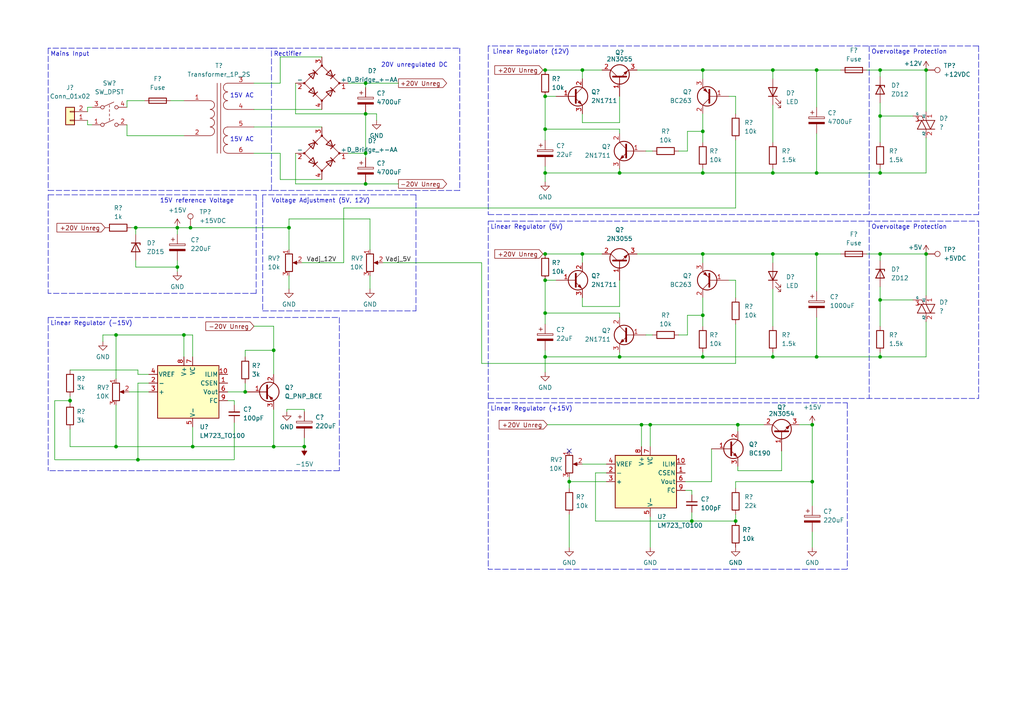
<source format=kicad_sch>
(kicad_sch (version 20211123) (generator eeschema)
  (paper "A4")
  (title_block (title "Z8C Power Supply") (date "2022-10-10") (rev "1") (comment 1 "+5V@3A , +12V@4A") (comment 2 "+/- 15V@1A") (comment 3 "https://github.com/dennis9819/Z8C-Homebrew-Computer"))
  (lib_symbols
    (symbol "Connector:TestPoint" (pin_numbers hide) (pin_names (offset 0.762) hide)
      (property "Reference" "TP" (at 0 6.858 0))
      (property "Value" "TestPoint" (at 0 5.08 0))
      (symbol "TestPoint_0_1"
        (circle (center 0 3.302) (radius 0.762))
      )
      (symbol "TestPoint_1_1"
        (pin passive line (at 0 0 90) (length 2.54) (name "1") (number "1"))
      )
    )
    (symbol "Connector_Generic:Conn_01x02" (pin_names (offset 1.016) hide)
      (property "Reference" "J" (at 0 2.54 0))
      (property "Value" "Conn_01x02" (at 0 -5.08 0))
      (symbol "Conn_01x02_1_1"
        (rectangle (start -1.27 -2.413) (end 0 -2.667) (stroke (width 0.1524)))
        (rectangle (start -1.27 0.127) (end 0 -0.127) (stroke (width 0.1524)))
        (rectangle (start -1.27 1.27) (end 1.27 -3.81) (stroke (width 0.254)) (fill (type background)))
        (pin passive line (at -5.08 0 0) (length 3.81) (name "Pin_1") (number "1"))
        (pin passive line (at -5.08 -2.54 0) (length 3.81) (name "Pin_2") (number "2"))
      )
    )
    (symbol "Device:C_Polarized" (pin_numbers hide) (pin_names (offset 0.254))
      (property "Reference" "C" (at 0.635 2.54 0))
      (property "Value" "C_Polarized" (at 0.635 -2.54 0))
      (symbol "C_Polarized_0_1"
        (rectangle (start -2.286 0.508) (end 2.286 1.016))
        (polyline (pts (xy -1.778 2.286) (xy -0.762 2.286)))
        (polyline (pts (xy -1.27 2.794) (xy -1.27 1.778)))
        (rectangle (start 2.286 -0.508) (end -2.286 -1.016) (fill (type outline)))
      )
      (symbol "C_Polarized_1_1"
        (pin passive line (at 0 3.81 270) (length 2.794) (name "~") (number "1"))
        (pin passive line (at 0 -3.81 90) (length 2.794) (name "~") (number "2"))
      )
    )
    (symbol "Device:C_Small" (pin_numbers hide) (pin_names (offset 0.254) hide)
      (property "Reference" "C" (at 0.254 1.778 0))
      (property "Value" "C_Small" (at 0.254 -2.032 0))
      (symbol "C_Small_0_1"
        (polyline (pts (xy -1.524 -0.508) (xy 1.524 -0.508)) (stroke (width 0.3302)))
        (polyline (pts (xy -1.524 0.508) (xy 1.524 0.508)) (stroke (width 0.3048)))
      )
      (symbol "C_Small_1_1"
        (pin passive line (at 0 2.54 270) (length 2.032) (name "~") (number "1"))
        (pin passive line (at 0 -2.54 90) (length 2.032) (name "~") (number "2"))
      )
    )
    (symbol "Device:D_Bridge_+-AA" (pin_names (offset 0))
      (property "Reference" "D" (at 2.54 6.985 0))
      (property "Value" "D_Bridge_+-AA" (at 2.54 5.08 0))
      (symbol "D_Bridge_+-AA_0_1"
        (circle (center -5.08 0) (radius 0.254) (fill (type outline)))
        (circle (center 0 -5.08) (radius 0.254) (fill (type outline)))
        (polyline (pts (xy -2.54 3.81) (xy -1.27 2.54)) (stroke (width 0.254)))
        (polyline (pts (xy -1.27 -2.54) (xy -2.54 -3.81)) (stroke (width 0.254)))
        (polyline (pts (xy 2.54 -1.27) (xy 3.81 -2.54)) (stroke (width 0.254)))
        (polyline (pts (xy 2.54 1.27) (xy 3.81 2.54)) (stroke (width 0.254)))
        (polyline (pts (xy -3.81 2.54) (xy -2.54 1.27) (xy -1.905 3.175) (xy -3.81 2.54)) (stroke (width 0.254)))
        (polyline (pts (xy -2.54 -1.27) (xy -3.81 -2.54) (xy -1.905 -3.175) (xy -2.54 -1.27)) (stroke (width 0.254)))
        (polyline (pts (xy 1.27 2.54) (xy 2.54 3.81) (xy 3.175 1.905) (xy 1.27 2.54)) (stroke (width 0.254)))
        (polyline (pts (xy 3.175 -1.905) (xy 1.27 -2.54) (xy 2.54 -3.81) (xy 3.175 -1.905)) (stroke (width 0.254)))
        (polyline (pts (xy -5.08 0) (xy 0 -5.08) (xy 5.08 0) (xy 0 5.08) (xy -5.08 0)))
        (circle (center 0 5.08) (radius 0.254) (fill (type outline)))
        (circle (center 5.08 0) (radius 0.254) (fill (type outline)))
      )
      (symbol "D_Bridge_+-AA_1_1"
        (pin passive line (at 7.62 0 180) (length 2.54) (name "+") (number "1"))
        (pin passive line (at -7.62 0 0) (length 2.54) (name "-") (number "2"))
        (pin passive line (at 0 7.62 270) (length 2.54) (name "~") (number "3"))
        (pin passive line (at 0 -7.62 90) (length 2.54) (name "~") (number "4"))
      )
    )
    (symbol "Device:D_Zener" (pin_numbers hide) (pin_names (offset 1.016) hide)
      (property "Reference" "D" (at 0 2.54 0))
      (property "Value" "D_Zener" (at 0 -2.54 0))
      (symbol "D_Zener_0_1"
        (polyline (pts (xy 1.27 0) (xy -1.27 0)))
        (polyline (pts (xy -1.27 -1.27) (xy -1.27 1.27) (xy -0.762 1.27)) (stroke (width 0.254)))
        (polyline (pts (xy 1.27 -1.27) (xy 1.27 1.27) (xy -1.27 0) (xy 1.27 -1.27)) (stroke (width 0.254)))
      )
      (symbol "D_Zener_1_1"
        (pin passive line (at -3.81 0 0) (length 2.54) (name "K") (number "1"))
        (pin passive line (at 3.81 0 180) (length 2.54) (name "A") (number "2"))
      )
    )
    (symbol "Device:Fuse" (pin_numbers hide) (pin_names (offset 0))
      (property "Reference" "F" (at 2.032 0 90))
      (property "Value" "Fuse" (at -1.905 0 90))
      (symbol "Fuse_0_1"
        (rectangle (start -0.762 -2.54) (end 0.762 2.54) (stroke (width 0.254)))
        (polyline (pts (xy 0 2.54) (xy 0 -2.54)))
      )
      (symbol "Fuse_1_1"
        (pin passive line (at 0 3.81 270) (length 1.27) (name "~") (number "1"))
        (pin passive line (at 0 -3.81 90) (length 1.27) (name "~") (number "2"))
      )
    )
    (symbol "Device:LED" (pin_numbers hide) (pin_names (offset 1.016) hide)
      (property "Reference" "D" (at 0 2.54 0))
      (property "Value" "LED" (at 0 -2.54 0))
      (symbol "LED_0_1"
        (polyline (pts (xy -1.27 -1.27) (xy -1.27 1.27)) (stroke (width 0.254)))
        (polyline (pts (xy -1.27 0) (xy 1.27 0)))
        (polyline (pts (xy 1.27 -1.27) (xy 1.27 1.27) (xy -1.27 0) (xy 1.27 -1.27)) (stroke (width 0.254)))
        (polyline (pts (xy -3.048 -0.762) (xy -4.572 -2.286) (xy -3.81 -2.286) (xy -4.572 -2.286) (xy -4.572 -1.524)))
        (polyline (pts (xy -1.778 -0.762) (xy -3.302 -2.286) (xy -2.54 -2.286) (xy -3.302 -2.286) (xy -3.302 -1.524)))
      )
      (symbol "LED_1_1"
        (pin passive line (at -3.81 0 0) (length 2.54) (name "K") (number "1"))
        (pin passive line (at 3.81 0 180) (length 2.54) (name "A") (number "2"))
      )
    )
    (symbol "Device:Q_NPN_BCE" (pin_names (offset 0) hide)
      (property "Reference" "Q" (at 5.08 1.27 0))
      (property "Value" "Q_NPN_BCE" (at 5.08 -1.27 0))
      (symbol "Q_NPN_BCE_0_1"
        (polyline (pts (xy 0.635 0.635) (xy 2.54 2.54)))
        (polyline (pts (xy 0.635 -0.635) (xy 2.54 -2.54) (xy 2.54 -2.54)))
        (polyline (pts (xy 0.635 1.905) (xy 0.635 -1.905) (xy 0.635 -1.905)) (stroke (width 0.508)))
        (polyline (pts (xy 1.27 -1.778) (xy 1.778 -1.27) (xy 2.286 -2.286) (xy 1.27 -1.778) (xy 1.27 -1.778)) (fill (type outline)))
        (circle (center 1.27 0) (radius 2.8194) (stroke (width 0.254)))
      )
      (symbol "Q_NPN_BCE_1_1"
        (pin input line (at -5.08 0 0) (length 5.715) (name "B") (number "1"))
        (pin passive line (at 2.54 5.08 270) (length 2.54) (name "C") (number "2"))
        (pin passive line (at 2.54 -5.08 90) (length 2.54) (name "E") (number "3"))
      )
    )
    (symbol "Device:Q_PNP_BCE" (pin_names (offset 0) hide)
      (property "Reference" "Q" (at 5.08 1.27 0))
      (property "Value" "Q_PNP_BCE" (at 5.08 -1.27 0))
      (symbol "Q_PNP_BCE_0_1"
        (polyline (pts (xy 0.635 0.635) (xy 2.54 2.54)))
        (polyline (pts (xy 0.635 -0.635) (xy 2.54 -2.54) (xy 2.54 -2.54)))
        (polyline (pts (xy 0.635 1.905) (xy 0.635 -1.905) (xy 0.635 -1.905)) (stroke (width 0.508)))
        (polyline (pts (xy 2.286 -1.778) (xy 1.778 -2.286) (xy 1.27 -1.27) (xy 2.286 -1.778) (xy 2.286 -1.778)) (fill (type outline)))
        (circle (center 1.27 0) (radius 2.8194) (stroke (width 0.254)))
      )
      (symbol "Q_PNP_BCE_1_1"
        (pin input line (at -5.08 0 0) (length 5.715) (name "B") (number "1"))
        (pin passive line (at 2.54 5.08 270) (length 2.54) (name "C") (number "2"))
        (pin passive line (at 2.54 -5.08 90) (length 2.54) (name "E") (number "3"))
      )
    )
    (symbol "Device:Q_TRIAC_A1A2G" (pin_names (offset 0))
      (property "Reference" "D" (at 3.175 0.635 0))
      (property "Value" "Q_TRIAC_A1A2G" (at 3.175 -1.27 0))
      (symbol "Q_TRIAC_A1A2G_0_1"
        (polyline (pts (xy -2.54 -1.27) (xy 2.54 -1.27)) (stroke (width 0.2032)))
        (polyline (pts (xy -2.54 1.27) (xy 2.54 1.27)) (stroke (width 0.2032)))
        (polyline (pts (xy -1.27 -2.54) (xy -0.635 -1.27)))
        (polyline (pts (xy -2.54 1.27) (xy -1.27 -1.27) (xy 0 1.27)) (stroke (width 0.2032)))
        (polyline (pts (xy 0 -1.27) (xy 1.27 1.27) (xy 2.54 -1.27)) (stroke (width 0.2032)))
      )
      (symbol "Q_TRIAC_A1A2G_1_1"
        (pin passive line (at 0 -3.81 90) (length 2.54) (name "A1") (number "1"))
        (pin passive line (at 0 3.81 270) (length 2.54) (name "A2") (number "2"))
        (pin input line (at -3.81 -2.54 0) (length 2.54) (name "G") (number "3"))
      )
    )
    (symbol "Device:R" (pin_numbers hide) (pin_names (offset 0))
      (property "Reference" "R" (at 2.032 0 90))
      (property "Value" "R" (at 0 0 90))
      (symbol "R_0_1"
        (rectangle (start -1.016 -2.54) (end 1.016 2.54) (stroke (width 0.254)))
      )
      (symbol "R_1_1"
        (pin passive line (at 0 3.81 270) (length 1.27) (name "~") (number "1"))
        (pin passive line (at 0 -3.81 90) (length 1.27) (name "~") (number "2"))
      )
    )
    (symbol "Device:R_Potentiometer" (pin_names (offset 1.016) hide)
      (property "Reference" "RV" (at -4.445 0 90))
      (property "Value" "R_Potentiometer" (at -2.54 0 90))
      (symbol "R_Potentiometer_0_1"
        (polyline (pts (xy 2.54 0) (xy 1.524 0)))
        (polyline (pts (xy 1.143 0) (xy 2.286 0.508) (xy 2.286 -0.508) (xy 1.143 0)) (fill (type outline)))
        (rectangle (start 1.016 2.54) (end -1.016 -2.54) (stroke (width 0.254)))
      )
      (symbol "R_Potentiometer_1_1"
        (pin passive line (at 0 3.81 270) (length 1.27) (name "1") (number "1"))
        (pin passive line (at 3.81 0 180) (length 1.27) (name "2") (number "2"))
        (pin passive line (at 0 -3.81 90) (length 1.27) (name "3") (number "3"))
      )
    )
    (symbol "Device:Transformer_1P_2S" (pin_names (offset 1.016) hide)
      (property "Reference" "T" (at 0 12.7 0))
      (property "Value" "Transformer_1P_2S" (at 0 -12.7 0))
      (symbol "Transformer_1P_2S_0_1"
        (arc (start -2.54 -5.0546) (mid -1.6599 -4.6901) (end -1.27 -3.81))
        (arc (start -2.54 -2.5146) (mid -1.6599 -2.1501) (end -1.27 -1.27))
        (arc (start -2.54 0.0254) (mid -1.6599 0.3899) (end -1.27 1.27))
        (arc (start -2.54 2.5654) (mid -1.6599 2.9299) (end -1.27 3.81))
        (arc (start -1.27 -3.81) (mid -1.642 -2.912) (end -2.54 -2.54))
        (arc (start -1.27 -1.27) (mid -1.642 -0.372) (end -2.54 0))
        (arc (start -1.27 1.27) (mid -1.642 2.168) (end -2.54 2.54))
        (arc (start -1.27 3.81) (mid -1.642 4.708) (end -2.54 5.08))
        (polyline (pts (xy -0.508 -10.16) (xy -0.508 10.16)))
        (polyline (pts (xy 0.508 10.16) (xy 0.508 -10.16)))
        (arc (start 1.2954 -8.89) (mid 1.6599 -9.7701) (end 2.54 -10.1346))
        (arc (start 1.2954 -6.35) (mid 1.6599 -7.2301) (end 2.54 -7.5946))
        (arc (start 1.2954 -3.81) (mid 1.6599 -4.6901) (end 2.54 -5.0546))
        (arc (start 1.2954 3.81) (mid 1.6599 2.9299) (end 2.54 2.5654))
        (arc (start 1.2954 6.35) (mid 1.6599 5.4699) (end 2.54 5.1054))
        (arc (start 1.2954 8.89) (mid 1.6599 8.0099) (end 2.54 7.6454))
        (arc (start 2.54 -7.62) (mid 1.642 -7.992) (end 1.2954 -8.89))
        (arc (start 2.54 -5.08) (mid 1.642 -5.452) (end 1.2954 -6.35))
        (arc (start 2.54 -2.54) (mid 1.642 -2.912) (end 1.2954 -3.81))
        (arc (start 2.54 5.08) (mid 1.642 4.708) (end 1.2954 3.81))
        (arc (start 2.54 7.62) (mid 1.642 7.248) (end 1.2954 6.35))
        (arc (start 2.54 10.16) (mid 1.642 9.788) (end 1.2954 8.89))
      )
      (symbol "Transformer_1P_2S_1_1"
        (pin passive line (at -10.16 5.08 0) (length 7.62) (name "AA") (number "1"))
        (pin passive line (at -10.16 -5.08 0) (length 7.62) (name "AB") (number "2"))
        (pin passive line (at 10.16 10.16 180) (length 7.62) (name "SA") (number "3"))
        (pin passive line (at 10.16 2.54 180) (length 7.62) (name "SB") (number "4"))
        (pin passive line (at 10.16 -2.54 180) (length 7.62) (name "SC") (number "5"))
        (pin passive line (at 10.16 -10.16 180) (length 7.62) (name "SD") (number "6"))
      )
    )
    (symbol "Regulator_Linear:LM723_TO100" (pin_names (offset 0.254))
      (property "Reference" "U" (at 0.635 10.795 0))
      (property "Value" "LM723_TO100" (at 0.635 8.89 0))
      (symbol "LM723_TO100_0_1"
        (rectangle (start -10.16 -7.62) (end 7.62 7.62) (stroke (width 0.254)) (fill (type background)))
      )
      (symbol "LM723_TO100_1_1"
        (pin input line (at 10.16 2.54 180) (length 2.54) (name "CSEN") (number "1"))
        (pin input line (at 10.16 5.08 180) (length 2.54) (name "ILIM") (number "10"))
        (pin input line (at -12.7 2.54 0) (length 2.54) (name "-") (number "2"))
        (pin input line (at -12.7 0 0) (length 2.54) (name "+") (number "3"))
        (pin power_out line (at -12.7 5.08 0) (length 2.54) (name "VREF") (number "4"))
        (pin power_in line (at 0 -10.16 90) (length 2.54) (name "V-") (number "5"))
        (pin power_out line (at 10.16 0 180) (length 2.54) (name "Vout") (number "6"))
        (pin power_in line (at 0 10.16 270) (length 2.54) (name "VC") (number "7"))
        (pin power_in line (at -2.54 10.16 270) (length 2.54) (name "V+") (number "8"))
        (pin input line (at 10.16 -2.54 180) (length 2.54) (name "FC") (number "9"))
      )
    )
    (symbol "Switch:SW_DPST" (pin_names (offset 0) hide)
      (property "Reference" "SW" (at 0 5.08 0))
      (property "Value" "SW_DPST" (at 0 -5.08 0))
      (symbol "SW_DPST_0_0"
        (circle (center -2.032 -2.54) (radius 0.508))
        (circle (center -2.032 2.54) (radius 0.508))
        (polyline (pts (xy -1.524 -2.286) (xy 1.27 -1.016)))
        (polyline (pts (xy -1.524 2.794) (xy 1.27 4.064)))
        (polyline (pts (xy 0 -1.27) (xy 0 -0.635)))
        (polyline (pts (xy 0 0) (xy 0 0.635)))
        (polyline (pts (xy 0 1.27) (xy 0 1.905)))
        (polyline (pts (xy 0 2.54) (xy 0 3.175)))
        (circle (center 2.032 -2.54) (radius 0.508))
        (circle (center 2.032 2.54) (radius 0.508))
      )
      (symbol "SW_DPST_1_1"
        (pin passive line (at -5.08 -2.54 0) (length 2.54) (name "1") (number "1"))
        (pin passive line (at 5.08 -2.54 180) (length 2.54) (name "2") (number "2"))
        (pin passive line (at -5.08 2.54 0) (length 2.54) (name "3") (number "3"))
        (pin passive line (at 5.08 2.54 180) (length 2.54) (name "4") (number "4"))
      )
    )
    (symbol "power:+12V" (power) (pin_names (offset 0))
      (property "Value" "+12V" (at 0 3.556 0))
      (symbol "+12V_0_1"
        (polyline (pts (xy -0.762 1.27) (xy 0 2.54)))
        (polyline (pts (xy 0 0) (xy 0 2.54)))
        (polyline (pts (xy 0 2.54) (xy 0.762 1.27)))
      )
      (symbol "+12V_1_1"
        (pin power_in line (at 0 0 90) (length 0) hide (name "+12V") (number "1"))
      )
    )
    (symbol "power:+15V" (power) (pin_names (offset 0))
      (property "Value" "+15V" (at 0 3.556 0))
      (symbol "+15V_0_1"
        (polyline (pts (xy -0.762 1.27) (xy 0 2.54)))
        (polyline (pts (xy 0 0) (xy 0 2.54)))
        (polyline (pts (xy 0 2.54) (xy 0.762 1.27)))
      )
      (symbol "+15V_1_1"
        (pin power_in line (at 0 0 90) (length 0) hide (name "+15V") (number "1"))
      )
    )
    (symbol "power:+5V" (power) (pin_names (offset 0))
      (property "Value" "+5V" (at 0 3.556 0))
      (symbol "+5V_0_1"
        (polyline (pts (xy -0.762 1.27) (xy 0 2.54)))
        (polyline (pts (xy 0 0) (xy 0 2.54)))
        (polyline (pts (xy 0 2.54) (xy 0.762 1.27)))
      )
      (symbol "+5V_1_1"
        (pin power_in line (at 0 0 90) (length 0) hide (name "+5V") (number "1"))
      )
    )
    (symbol "power:-15V" (power) (pin_names (offset 0))
      (property "Value" "-15V" (at 0 3.81 0))
      (symbol "-15V_0_0"
        (pin power_in line (at 0 0 90) (length 0) hide (name "-15V") (number "1"))
      )
      (symbol "-15V_0_1"
        (polyline (pts (xy 0 0) (xy 0 1.27) (xy 0.762 1.27) (xy 0 2.54) (xy -0.762 1.27) (xy 0 1.27)) (fill (type outline)))
      )
    )
    (symbol "power:GND" (power) (pin_names (offset 0))
      (property "Value" "GND" (at 0 -3.81 0))
      (symbol "GND_0_1"
        (polyline (pts (xy 0 0) (xy 0 -1.27) (xy 1.27 -1.27) (xy 0 -2.54) (xy -1.27 -1.27) (xy 0 -1.27)))
      )
      (symbol "GND_1_1"
        (pin power_in line (at 0 0 270) (length 0) hide (name "GND") (number "1"))
      )
    )
  )
  (junction (at 203.835 103.505))
  (junction (at 106.045 24.13))
  (junction (at 83.82 66.04))
  (junction (at 40.005 133.35))
  (junction (at 203.835 73.66))
  (junction (at 236.855 103.505))
  (junction (at 235.585 123.19))
  (junction (at 203.835 20.32))
  (junction (at 255.27 73.66))
  (junction (at 224.155 20.32))
  (junction (at 200.66 151.13))
  (junction (at 106.045 44.45))
  (junction (at 158.115 81.28))
  (junction (at 255.27 50.165))
  (junction (at 20.32 116.205))
  (junction (at 236.855 50.165))
  (junction (at 224.155 73.66))
  (junction (at 203.835 50.165))
  (junction (at 79.375 129.54))
  (junction (at 235.585 139.7))
  (junction (at 158.115 73.66))
  (junction (at 255.27 20.32))
  (junction (at 268.605 20.32))
  (junction (at 224.155 50.165))
  (junction (at 224.155 103.505))
  (junction (at 203.835 38.1))
  (junction (at 53.34 97.155))
  (junction (at 255.27 86.995))
  (junction (at 255.27 33.655))
  (junction (at 188.595 123.19))
  (junction (at 39.37 66.04))
  (junction (at 71.12 113.665))
  (junction (at 106.045 53.34))
  (junction (at 168.91 73.66))
  (junction (at 55.88 129.54))
  (junction (at 106.045 33.02))
  (junction (at 158.115 50.165))
  (junction (at 179.705 103.505))
  (junction (at 168.91 20.32))
  (junction (at 158.115 103.505))
  (junction (at 255.27 103.505))
  (junction (at 158.115 20.32))
  (junction (at 236.855 73.66))
  (junction (at 268.605 73.66))
  (junction (at 213.36 151.13))
  (junction (at 213.995 123.19))
  (junction (at 186.055 123.19))
  (junction (at 51.435 77.47))
  (junction (at 158.115 27.94))
  (junction (at 33.655 129.54))
  (junction (at 88.265 129.54))
  (junction (at 79.375 101.6))
  (junction (at 51.435 66.04))
  (junction (at 158.115 90.805))
  (junction (at 236.855 20.32))
  (junction (at 55.245 66.04))
  (junction (at 179.705 50.165))
  (junction (at 158.115 37.465))
  (junction (at 165.1 139.7))
  (junction (at 203.835 91.44))
  (junction (at 33.655 97.155))
  (no_connect (at 165.1 130.81))
  (wire (pts (xy 79.375 101.6) (xy 79.375 94.615)))
  (wire (pts (xy 268.605 20.32) (xy 268.605 32.385)))
  (polyline (pts (xy 78.74 55.245) (xy 78.74 13.97)))
  (wire (pts (xy 236.855 50.165) (xy 236.855 38.735)))
  (wire (pts (xy 236.855 103.505) (xy 255.27 103.505)))
  (wire (pts (xy 158.115 50.165) (xy 179.705 50.165)))
  (wire (pts (xy 51.435 77.47) (xy 51.435 78.74)))
  (wire (pts (xy 255.27 29.845) (xy 255.27 33.655)))
  (wire (pts (xy 200.66 148.59) (xy 200.66 151.13)))
  (polyline (pts (xy 133.35 13.97) (xy 133.35 55.245)))
  (wire (pts (xy 49.53 29.21) (xy 53.34 29.21)))
  (wire (pts (xy 255.27 103.505) (xy 255.27 102.235)))
  (wire (pts (xy 20.32 124.46) (xy 20.32 129.54)))
  (wire (pts (xy 33.655 97.155) (xy 53.34 97.155)))
  (wire (pts (xy 111.125 76.2) (xy 139.7 76.2)))
  (wire (pts (xy 198.755 139.7) (xy 206.375 139.7)))
  (wire (pts (xy 213.36 139.7) (xy 213.36 141.605)))
  (wire (pts (xy 203.835 38.1) (xy 203.835 41.275)))
  (wire (pts (xy 158.115 37.465) (xy 179.705 37.465)))
  (wire (pts (xy 172.72 151.13) (xy 172.72 137.16)))
  (wire (pts (xy 168.91 33.02) (xy 168.91 35.56)))
  (wire (pts (xy 187.325 43.815) (xy 189.23 43.815)))
  (wire (pts (xy 236.855 20.32) (xy 243.84 20.32)))
  (polyline (pts (xy 13.97 56.515) (xy 74.295 56.515)))
  (polyline (pts (xy 283.845 13.335) (xy 283.845 62.23)))
  (wire (pts (xy 40.005 108.585) (xy 40.005 107.315)))
  (wire (pts (xy 29.845 99.06) (xy 29.845 97.155)))
  (wire (pts (xy 235.585 154.305) (xy 235.585 158.75)))
  (wire (pts (xy 88.265 118.745) (xy 88.265 119.38)))
  (wire (pts (xy 224.155 50.165) (xy 236.855 50.165)))
  (wire (pts (xy 268.605 73.66) (xy 268.605 85.725)))
  (wire (pts (xy 36.83 39.37) (xy 36.83 36.195)))
  (wire (pts (xy 20.32 114.935) (xy 20.32 116.205)))
  (wire (pts (xy 20.32 116.205) (xy 15.875 116.205)))
  (wire (pts (xy 158.75 123.19) (xy 186.055 123.19)))
  (wire (pts (xy 158.115 27.94) (xy 158.115 37.465)))
  (wire (pts (xy 107.315 80.01) (xy 107.315 83.82)))
  (wire (pts (xy 203.835 103.505) (xy 224.155 103.505)))
  (wire (pts (xy 67.945 133.35) (xy 40.005 133.35)))
  (wire (pts (xy 85.725 53.34) (xy 85.725 44.45)))
  (polyline (pts (xy 76.2 58.42) (xy 76.2 90.17)))
  (polyline (pts (xy 141.605 64.135) (xy 283.845 64.135)))
  (wire (pts (xy 100.965 44.45) (xy 106.045 44.45)))
  (wire (pts (xy 213.36 40.64) (xy 213.36 60.325)))
  (wire (pts (xy 79.375 129.54) (xy 88.265 129.54)))
  (polyline (pts (xy 13.97 13.97) (xy 13.97 55.245)))
  (polyline (pts (xy 120.65 90.17) (xy 120.65 56.515)))
  (wire (pts (xy 158.115 81.28) (xy 158.115 90.805)))
  (wire (pts (xy 55.245 66.04) (xy 83.82 66.04)))
  (wire (pts (xy 79.375 94.615) (xy 73.66 94.615)))
  (wire (pts (xy 255.27 50.165) (xy 255.27 48.895)))
  (polyline (pts (xy 13.97 55.245) (xy 78.74 55.245)))
  (wire (pts (xy 20.32 116.205) (xy 20.32 116.84)))
  (wire (pts (xy 87.63 76.2) (xy 99.695 76.2)))
  (wire (pts (xy 196.85 43.815) (xy 199.39 43.815)))
  (wire (pts (xy 203.835 20.32) (xy 224.155 20.32)))
  (polyline (pts (xy 98.425 92.075) (xy 98.425 136.525)))
  (wire (pts (xy 179.705 103.505) (xy 203.835 103.505)))
  (wire (pts (xy 179.705 38.735) (xy 179.705 37.465)))
  (wire (pts (xy 83.82 80.01) (xy 83.82 83.82)))
  (wire (pts (xy 85.725 33.02) (xy 106.045 33.02)))
  (wire (pts (xy 15.875 133.35) (xy 40.005 133.35)))
  (polyline (pts (xy 141.605 62.23) (xy 154.305 62.23)))
  (wire (pts (xy 165.1 139.7) (xy 165.1 141.605)))
  (wire (pts (xy 25.4 36.195) (xy 25.4 34.925)))
  (wire (pts (xy 67.945 116.205) (xy 67.945 117.475)))
  (wire (pts (xy 41.91 29.21) (xy 36.83 29.21)))
  (wire (pts (xy 199.39 43.815) (xy 199.39 38.1)))
  (wire (pts (xy 158.115 101.6) (xy 158.115 103.505)))
  (wire (pts (xy 99.695 76.2) (xy 99.695 60.325)))
  (wire (pts (xy 179.705 50.165) (xy 203.835 50.165)))
  (wire (pts (xy 73.66 31.75) (xy 93.345 31.75)))
  (wire (pts (xy 85.725 33.02) (xy 85.725 24.13)))
  (wire (pts (xy 224.155 102.235) (xy 224.155 103.505)))
  (polyline (pts (xy 283.845 64.135) (xy 283.845 115.57)))
  (wire (pts (xy 224.155 73.66) (xy 224.155 76.2)))
  (polyline (pts (xy 154.305 62.23) (xy 283.845 62.23)))
  (wire (pts (xy 81.28 24.13) (xy 81.28 16.51)))
  (wire (pts (xy 211.455 27.94) (xy 213.36 27.94)))
  (wire (pts (xy 158.115 20.32) (xy 168.91 20.32)))
  (wire (pts (xy 106.045 33.02) (xy 109.22 33.02)))
  (wire (pts (xy 51.435 77.47) (xy 51.435 75.565)))
  (wire (pts (xy 203.835 91.44) (xy 203.835 94.615)))
  (wire (pts (xy 55.88 123.825) (xy 55.88 129.54)))
  (wire (pts (xy 83.82 66.04) (xy 83.82 72.39)))
  (wire (pts (xy 39.37 77.47) (xy 51.435 77.47)))
  (wire (pts (xy 213.36 27.94) (xy 213.36 33.02)))
  (wire (pts (xy 211.455 81.28) (xy 213.36 81.28)))
  (wire (pts (xy 39.37 66.04) (xy 51.435 66.04)))
  (wire (pts (xy 38.1 66.04) (xy 39.37 66.04)))
  (wire (pts (xy 213.36 151.13) (xy 200.66 151.13)))
  (wire (pts (xy 157.48 20.32) (xy 158.115 20.32)))
  (wire (pts (xy 188.595 149.86) (xy 188.595 158.75)))
  (wire (pts (xy 33.655 97.155) (xy 33.655 109.855)))
  (wire (pts (xy 203.835 33.02) (xy 203.835 38.1)))
  (wire (pts (xy 213.36 139.7) (xy 235.585 139.7)))
  (wire (pts (xy 184.785 73.66) (xy 203.835 73.66)))
  (wire (pts (xy 203.835 73.66) (xy 203.835 76.2)))
  (wire (pts (xy 81.28 16.51) (xy 93.345 16.51)))
  (polyline (pts (xy 245.745 116.84) (xy 245.745 165.1)))
  (wire (pts (xy 236.855 103.505) (xy 236.855 92.075)))
  (wire (pts (xy 186.055 123.19) (xy 186.055 129.54)))
  (wire (pts (xy 29.845 97.155) (xy 33.655 97.155)))
  (polyline (pts (xy 252.095 64.135) (xy 252.095 115.57)))
  (wire (pts (xy 268.605 50.165) (xy 268.605 40.005)))
  (polyline (pts (xy 76.2 56.515) (xy 76.2 58.42)))
  (wire (pts (xy 200.66 151.13) (xy 172.72 151.13)))
  (wire (pts (xy 51.435 66.04) (xy 51.435 67.945)))
  (polyline (pts (xy 13.97 92.075) (xy 98.425 92.075)))
  (wire (pts (xy 224.155 20.32) (xy 236.855 20.32)))
  (wire (pts (xy 109.22 33.02) (xy 109.22 34.925)))
  (wire (pts (xy 196.85 97.155) (xy 199.39 97.155)))
  (wire (pts (xy 251.46 20.32) (xy 255.27 20.32)))
  (wire (pts (xy 106.045 24.13) (xy 106.045 25.4)))
  (wire (pts (xy 168.91 73.66) (xy 168.91 76.2)))
  (wire (pts (xy 224.155 83.82) (xy 224.155 94.615)))
  (wire (pts (xy 158.115 90.805) (xy 158.115 93.98)))
  (wire (pts (xy 172.72 137.16) (xy 175.895 137.16)))
  (wire (pts (xy 179.705 103.505) (xy 179.705 102.235)))
  (wire (pts (xy 236.855 50.165) (xy 255.27 50.165)))
  (wire (pts (xy 158.115 103.505) (xy 158.115 107.95)))
  (wire (pts (xy 83.185 118.745) (xy 88.265 118.745)))
  (wire (pts (xy 213.36 149.225) (xy 213.36 151.13)))
  (wire (pts (xy 203.835 73.66) (xy 224.155 73.66)))
  (wire (pts (xy 213.995 136.525) (xy 226.695 136.525)))
  (polyline (pts (xy 120.65 56.515) (xy 76.2 56.515)))
  (wire (pts (xy 255.27 20.32) (xy 268.605 20.32)))
  (wire (pts (xy 139.7 76.2) (xy 139.7 105.41)))
  (wire (pts (xy 25.4 31.115) (xy 25.4 32.385)))
  (wire (pts (xy 71.12 101.6) (xy 79.375 101.6)))
  (wire (pts (xy 168.91 20.32) (xy 168.91 22.86)))
  (wire (pts (xy 40.005 133.35) (xy 40.005 111.125)))
  (wire (pts (xy 203.835 20.32) (xy 203.835 22.86)))
  (wire (pts (xy 158.115 81.28) (xy 161.29 81.28)))
  (wire (pts (xy 255.27 33.655) (xy 255.27 41.275)))
  (wire (pts (xy 73.66 24.13) (xy 81.28 24.13)))
  (wire (pts (xy 106.045 33.02) (xy 106.045 44.45)))
  (polyline (pts (xy 141.605 13.335) (xy 141.605 62.23)))
  (polyline (pts (xy 13.97 92.075) (xy 13.97 136.525)))
  (wire (pts (xy 224.155 48.895) (xy 224.155 50.165)))
  (wire (pts (xy 36.83 29.21) (xy 36.83 31.115)))
  (wire (pts (xy 168.91 134.62) (xy 175.895 134.62)))
  (wire (pts (xy 235.585 139.7) (xy 235.585 123.19)))
  (wire (pts (xy 188.595 123.19) (xy 188.595 129.54)))
  (wire (pts (xy 165.1 149.225) (xy 165.1 158.75)))
  (wire (pts (xy 71.12 111.125) (xy 71.12 113.665)))
  (wire (pts (xy 73.66 44.45) (xy 81.28 44.45)))
  (wire (pts (xy 199.39 97.155) (xy 199.39 91.44)))
  (wire (pts (xy 186.055 123.19) (xy 188.595 123.19)))
  (wire (pts (xy 71.12 113.665) (xy 71.755 113.665)))
  (wire (pts (xy 158.115 90.805) (xy 179.705 90.805)))
  (polyline (pts (xy 76.2 90.17) (xy 120.65 90.17)))
  (wire (pts (xy 203.835 50.165) (xy 224.155 50.165)))
  (wire (pts (xy 235.585 139.7) (xy 235.585 146.685)))
  (wire (pts (xy 203.835 50.165) (xy 203.835 48.895)))
  (wire (pts (xy 236.855 20.32) (xy 236.855 31.115)))
  (wire (pts (xy 158.115 73.66) (xy 168.91 73.66)))
  (wire (pts (xy 158.115 103.505) (xy 179.705 103.505)))
  (wire (pts (xy 33.655 129.54) (xy 55.88 129.54)))
  (wire (pts (xy 199.39 91.44) (xy 203.835 91.44)))
  (wire (pts (xy 224.155 103.505) (xy 236.855 103.505)))
  (wire (pts (xy 26.67 31.115) (xy 25.4 31.115)))
  (wire (pts (xy 255.27 86.995) (xy 255.27 94.615)))
  (wire (pts (xy 55.245 66.04) (xy 51.435 66.04)))
  (polyline (pts (xy 141.605 115.57) (xy 283.845 115.57)))
  (wire (pts (xy 158.115 48.26) (xy 158.115 50.165)))
  (polyline (pts (xy 74.295 56.515) (xy 74.295 85.09)))
  (wire (pts (xy 158.115 50.165) (xy 158.115 52.705)))
  (wire (pts (xy 43.18 108.585) (xy 40.005 108.585)))
  (wire (pts (xy 73.66 36.83) (xy 93.345 36.83)))
  (wire (pts (xy 200.66 142.24) (xy 200.66 143.51)))
  (wire (pts (xy 83.185 119.38) (xy 83.185 118.745)))
  (wire (pts (xy 213.995 123.19) (xy 213.995 125.095)))
  (polyline (pts (xy 13.97 56.515) (xy 13.97 85.09)))
  (wire (pts (xy 53.34 39.37) (xy 36.83 39.37)))
  (wire (pts (xy 255.27 86.995) (xy 264.795 86.995)))
  (wire (pts (xy 165.1 138.43) (xy 165.1 139.7)))
  (wire (pts (xy 81.28 44.45) (xy 81.28 52.07)))
  (polyline (pts (xy 78.74 13.97) (xy 133.35 13.97)))
  (wire (pts (xy 206.375 139.7) (xy 206.375 130.175)))
  (wire (pts (xy 83.82 63.5) (xy 83.82 66.04)))
  (wire (pts (xy 255.27 20.32) (xy 255.27 22.225)))
  (wire (pts (xy 235.585 123.19) (xy 231.775 123.19)))
  (wire (pts (xy 224.155 73.66) (xy 236.855 73.66)))
  (polyline (pts (xy 78.74 13.97) (xy 13.97 13.97)))
  (wire (pts (xy 179.705 50.165) (xy 179.705 48.895)))
  (wire (pts (xy 213.36 81.28) (xy 213.36 86.36)))
  (wire (pts (xy 255.27 73.66) (xy 268.605 73.66)))
  (wire (pts (xy 255.27 73.66) (xy 255.27 75.565)))
  (polyline (pts (xy 141.605 115.57) (xy 141.605 64.135)))
  (wire (pts (xy 158.115 37.465) (xy 158.115 40.64)))
  (wire (pts (xy 53.34 97.155) (xy 55.88 97.155)))
  (wire (pts (xy 168.91 35.56) (xy 179.705 35.56)))
  (wire (pts (xy 66.04 116.205) (xy 67.945 116.205)))
  (wire (pts (xy 71.12 103.505) (xy 71.12 101.6)))
  (polyline (pts (xy 98.425 136.525) (xy 13.97 136.525)))
  (wire (pts (xy 40.005 107.315) (xy 20.32 107.315)))
  (wire (pts (xy 179.705 92.075) (xy 179.705 90.805)))
  (wire (pts (xy 83.82 63.5) (xy 107.315 63.5)))
  (wire (pts (xy 15.875 116.205) (xy 15.875 133.35)))
  (wire (pts (xy 203.835 86.36) (xy 203.835 91.44)))
  (wire (pts (xy 226.695 136.525) (xy 226.695 130.81)))
  (polyline (pts (xy 245.745 165.1) (xy 141.605 165.1)))
  (wire (pts (xy 66.04 113.665) (xy 71.12 113.665)))
  (polyline (pts (xy 133.35 55.245) (xy 78.74 55.245)))
  (wire (pts (xy 55.88 97.155) (xy 55.88 103.505)))
  (wire (pts (xy 26.67 36.195) (xy 25.4 36.195)))
  (polyline (pts (xy 141.605 116.84) (xy 141.605 165.1)))
  (wire (pts (xy 100.965 24.13) (xy 106.045 24.13)))
  (wire (pts (xy 67.945 122.555) (xy 67.945 133.35)))
  (polyline (pts (xy 74.295 85.09) (xy 13.97 85.09)))
  (wire (pts (xy 88.265 129.54) (xy 88.265 127)))
  (wire (pts (xy 106.045 44.45) (xy 106.045 45.72)))
  (wire (pts (xy 203.835 103.505) (xy 203.835 102.235)))
  (wire (pts (xy 79.375 118.745) (xy 79.375 129.54)))
  (wire (pts (xy 184.785 20.32) (xy 203.835 20.32)))
  (wire (pts (xy 158.115 27.94) (xy 161.29 27.94)))
  (wire (pts (xy 168.91 86.36) (xy 168.91 88.9)))
  (wire (pts (xy 33.655 117.475) (xy 33.655 129.54)))
  (wire (pts (xy 199.39 38.1) (xy 203.835 38.1)))
  (wire (pts (xy 168.91 73.66) (xy 174.625 73.66)))
  (wire (pts (xy 53.34 97.155) (xy 53.34 103.505)))
  (wire (pts (xy 255.27 50.165) (xy 268.605 50.165)))
  (wire (pts (xy 198.755 142.24) (xy 200.66 142.24)))
  (wire (pts (xy 55.88 129.54) (xy 79.375 129.54)))
  (wire (pts (xy 106.045 53.34) (xy 115.57 53.34)))
  (wire (pts (xy 251.46 73.66) (xy 255.27 73.66)))
  (wire (pts (xy 188.595 123.19) (xy 213.995 123.19)))
  (polyline (pts (xy 141.605 116.84) (xy 245.745 116.84)))
  (wire (pts (xy 213.36 93.98) (xy 213.36 105.41)))
  (wire (pts (xy 106.045 24.13) (xy 115.57 24.13)))
  (wire (pts (xy 255.27 83.185) (xy 255.27 86.995)))
  (wire (pts (xy 221.615 123.19) (xy 213.995 123.19)))
  (wire (pts (xy 37.465 113.665) (xy 43.18 113.665)))
  (wire (pts (xy 40.005 111.125) (xy 43.18 111.125)))
  (wire (pts (xy 157.48 73.66) (xy 158.115 73.66)))
  (wire (pts (xy 168.91 88.9) (xy 179.705 88.9)))
  (wire (pts (xy 179.705 35.56) (xy 179.705 27.94)))
  (wire (pts (xy 99.695 60.325) (xy 213.36 60.325)))
  (wire (pts (xy 236.855 73.66) (xy 243.84 73.66)))
  (wire (pts (xy 179.705 88.9) (xy 179.705 81.28)))
  (wire (pts (xy 106.045 53.34) (xy 85.725 53.34)))
  (wire (pts (xy 236.855 73.66) (xy 236.855 84.455)))
  (wire (pts (xy 268.605 103.505) (xy 268.605 93.345)))
  (wire (pts (xy 255.27 103.505) (xy 268.605 103.505)))
  (wire (pts (xy 255.27 33.655) (xy 264.795 33.655)))
  (wire (pts (xy 224.155 30.48) (xy 224.155 41.275)))
  (wire (pts (xy 81.28 52.07) (xy 93.345 52.07)))
  (wire (pts (xy 39.37 75.565) (xy 39.37 77.47)))
  (wire (pts (xy 20.32 129.54) (xy 33.655 129.54)))
  (wire (pts (xy 224.155 20.32) (xy 224.155 22.86)))
  (wire (pts (xy 79.375 108.585) (xy 79.375 101.6)))
  (polyline (pts (xy 283.845 13.335) (xy 141.605 13.335)))
  (wire (pts (xy 187.325 97.155) (xy 189.23 97.155)))
  (wire (pts (xy 213.995 135.255) (xy 213.995 136.525)))
  (wire (pts (xy 175.895 139.7) (xy 165.1 139.7)))
  (polyline (pts (xy 252.095 13.335) (xy 252.095 62.23)))
  (wire (pts (xy 39.37 66.04) (xy 39.37 67.945)))
  (wire (pts (xy 139.7 105.41) (xy 213.36 105.41)))
  (wire (pts (xy 107.315 63.5) (xy 107.315 72.39)))
  (wire (pts (xy 168.91 20.32) (xy 174.625 20.32)))
  (text "Mains Input" (at 14.605 16.51 0) (effects (font (size 1.27 1.27)) (justify left bottom)))
  (text "20V unregulated DC" (at 110.49 19.685 0) (effects (font (size 1.27 1.27)) (justify left bottom)))
  (text "Linear Regulator (+15V)" (at 142.24 119.38 0) (effects (font (size 1.27 1.27)) (justify left bottom)))
  (text "Voltage Adjustment (5V, 12V)" (at 78.74 59.055 0) (effects (font (size 1.27 1.27)) (justify left bottom)))
  (text "Overvoltage Protection" (at 252.73 66.675 0) (effects (font (size 1.27 1.27)) (justify left bottom)))
  (text "Linear Regulator (12V)" (at 142.875 15.875 0) (effects (font (size 1.27 1.27)) (justify left bottom)))
  (text "Linear Regulator (-15V)" (at 14.605 94.615 0) (effects (font (size 1.27 1.27)) (justify left bottom)))
  (text "Overvoltage Protection" (at 252.73 15.875 0) (effects (font (size 1.27 1.27)) (justify left bottom)))
  (text "15V AC\n" (at 66.675 28.575 0) (effects (font (size 1.27 1.27)) (justify left bottom)))
  (text "15V AC\n" (at 66.675 41.275 0) (effects (font (size 1.27 1.27)) (justify left bottom)))
  (text "Linear Regulator (5V)" (at 142.24 66.675 0) (effects (font (size 1.27 1.27)) (justify left bottom)))
  (text "Rectifier" (at 79.375 16.51 0) (effects (font (size 1.27 1.27)) (justify left bottom)))
  (text "15V reference Voltage\n" (at 46.355 59.055 0) (effects (font (size 1.27 1.27)) (justify left bottom)))
  (label "Vadj_12V" (at 88.9 76.2 0))
  (label "Vadj_5V" (at 111.76 76.2 0))
  (global_label "-20V Unreg" (shape input) (at 73.66 94.615 180) (property "Intersheet References" "${INTERSHEET_REFS}" (effects hide)))
  (global_label "-20V Unreg" (shape output) (at 115.57 53.34 0) (property "Intersheet References" "${INTERSHEET_REFS}" (effects hide)))
  (global_label "+20V Unreg" (shape output) (at 115.57 24.13 0) (property "Intersheet References" "${INTERSHEET_REFS}" (effects hide)))
  (global_label "+20V Unreg" (shape input) (at 158.75 123.19 180) (property "Intersheet References" "${INTERSHEET_REFS}" (effects hide)))
  (global_label "+20V Unreg" (shape input) (at 30.48 66.04 180) (property "Intersheet References" "${INTERSHEET_REFS}" (effects hide)))
  (global_label "+20V Unreg" (shape input) (at 157.48 20.32 180) (property "Intersheet References" "${INTERSHEET_REFS}" (effects hide)))
  (global_label "+20V Unreg" (shape input) (at 157.48 73.66 180) (property "Intersheet References" "${INTERSHEET_REFS}" (effects hide)))
  (symbol (lib_id "Device:LED") (at 224.155 80.01 90) (unit 1)
    (property "Reference" "D?" (at 227.965 80.3274 90) (effects (justify right)))
    (property "Value" "LED" (at 227.965 82.8674 90) (effects (justify right)))
  )
  (symbol (lib_id "power:+15V") (at 51.435 66.04 0) (unit 1)
    (property "Reference" "#PWR?" (effects hide))
    (property "Value" "+15V" (at 51.435 60.96 0))
  )
  (symbol (lib_id "Device:C_Polarized") (at 106.045 49.53 0) (unit 1)
    (property "Reference" "C?" (at 109.22 47.3709 0) (effects (justify left)))
    (property "Value" "4700uF" (at 109.22 49.9109 0) (effects (justify left)))
  )
  (symbol (lib_id "Device:R") (at 158.115 24.13 0) (unit 1)
    (property "Reference" "R?" (at 160.02 22.8599 0) (effects (justify left)))
    (property "Value" "10k" (at 160.02 25.3999 0) (effects (justify left)))
  )
  (symbol (lib_id "power:GND") (at 158.115 52.705 0) (unit 1)
    (property "Reference" "#PWR?" (effects hide))
    (property "Value" "GND" (at 158.115 57.15 0))
  )
  (symbol (lib_id "Device:Q_PNP_BCE") (at 76.835 113.665 0) (unit 1)
    (property "Reference" "Q?" (at 82.55 112.3949 0) (effects (justify left)))
    (property "Value" "Q_PNP_BCE" (at 82.55 114.9349 0) (effects (justify left)))
  )
  (symbol (lib_id "power:GND") (at 158.115 107.95 0) (unit 1)
    (property "Reference" "#PWR?" (effects hide))
    (property "Value" "GND" (at 158.115 112.395 0))
  )
  (symbol (lib_id "Device:R") (at 203.835 98.425 0) (unit 1)
    (property "Reference" "R?" (at 205.74 97.1549 0) (effects (justify left)))
    (property "Value" "10k" (at 205.74 99.6949 0) (effects (justify left)))
  )
  (symbol (lib_id "power:GND") (at 213.36 158.75 0) (unit 1)
    (property "Reference" "#PWR?" (effects hide))
    (property "Value" "GND" (at 213.36 163.195 0))
  )
  (symbol (lib_id "power:GND") (at 29.845 99.06 0) (unit 1)
    (property "Reference" "#PWR?" (effects hide))
    (property "Value" "GND" (at 29.845 103.505 0))
  )
  (symbol (lib_id "Device:R_Potentiometer") (at 165.1 134.62 0) (unit 1)
    (property "Reference" "RV?" (at 163.195 133.3499 0) (effects (justify right)))
    (property "Value" "10K" (at 163.195 135.8899 0) (effects (justify right)))
  )
  (symbol (lib_id "Connector_Generic:Conn_01x02") (at 20.32 34.925 180) (unit 1)
    (property "Reference" "J?" (at 20.32 25.4 0))
    (property "Value" "Conn_01x02" (at 20.32 27.94 0))
  )
  (symbol (lib_id "Connector:TestPoint") (at 268.605 20.32 270) (unit 1)
    (property "Reference" "TP?" (at 273.685 19.0499 90) (effects (justify left)))
    (property "Value" "+12VDC" (at 273.685 21.5899 90) (effects (justify left)))
  )
  (symbol (lib_id "Device:R") (at 193.04 43.815 90) (unit 1)
    (property "Reference" "R?" (at 193.04 38.1 90))
    (property "Value" "10k" (at 193.04 40.64 90))
  )
  (symbol (lib_id "Device:C_Polarized") (at 51.435 71.755 0) (unit 1)
    (property "Reference" "C?" (at 55.245 69.5959 0) (effects (justify left)))
    (property "Value" "220uF" (at 55.245 72.1359 0) (effects (justify left)))
  )
  (symbol (lib_id "Regulator_Linear:LM723_TO100") (at 55.88 113.665 0) (unit 1)
    (property "Reference" "U?" (at 57.8994 123.825 0) (effects (justify left)))
    (property "Value" "LM723_TO100" (at 57.8994 126.365 0) (effects (justify left)))
    (property "Footprint" "Package_TO_SOT_THT:TO-100-10" (effects hide))
    (property "Datasheet" "http://www.ti.com/lit/ds/symlink/lm723.pdf" (effects hide))
  )
  (symbol (lib_id "power:GND") (at 51.435 78.74 0) (unit 1)
    (property "Reference" "#PWR?" (effects hide))
    (property "Value" "GND" (at 51.435 83.185 0))
  )
  (symbol (lib_id "Device:LED") (at 224.155 26.67 90) (unit 1)
    (property "Reference" "D?" (at 227.965 26.9874 90) (effects (justify right)))
    (property "Value" "LED" (at 227.965 29.5274 90) (effects (justify right)))
  )
  (symbol (lib_id "Device:Q_NPN_BCE") (at 211.455 130.175 0) (unit 1)
    (property "Reference" "Q?" (at 217.17 128.9049 0) (effects (justify left)))
    (property "Value" "BC190" (at 217.17 131.4449 0) (effects (justify left)))
  )
  (symbol (lib_id "Device:Q_TRIAC_A1A2G") (at 268.605 89.535 0) (mirror x) (unit 1)
    (property "Reference" "D?" (at 272.415 87.6807 0) (effects (justify left)))
    (property "Value" "?" (at 272.415 90.2207 0) (effects (justify left)))
  )
  (symbol (lib_id "Device:R") (at 255.27 45.085 0) (unit 1)
    (property "Reference" "R?" (at 257.81 43.8149 0) (effects (justify left)))
    (property "Value" "1.5k" (at 257.81 46.3549 0) (effects (justify left)))
  )
  (symbol (lib_id "Device:R_Potentiometer") (at 107.315 76.2 0) (unit 1)
    (property "Reference" "RV?" (at 105.41 74.9299 0) (effects (justify right)))
    (property "Value" "10K" (at 105.41 77.4699 0) (effects (justify right)))
  )
  (symbol (lib_id "Device:D_Bridge_+-AA") (at 93.345 24.13 0) (unit 1)
    (property "Reference" "D?" (at 107.95 20.5486 0))
    (property "Value" "D_Bridge_+-AA" (at 107.95 23.0886 0))
  )
  (symbol (lib_id "power:+15V") (at 235.585 123.19 0) (unit 1)
    (property "Reference" "#PWR?" (effects hide))
    (property "Value" "+15V" (at 235.585 118.11 0))
  )
  (symbol (lib_id "Device:R") (at 213.36 154.94 0) (unit 1)
    (property "Reference" "R?" (at 215.265 153.6699 0) (effects (justify left)))
    (property "Value" "10k" (at 215.265 156.2099 0) (effects (justify left)))
  )
  (symbol (lib_id "Device:R") (at 213.36 145.415 0) (unit 1)
    (property "Reference" "R?" (at 215.9 144.1449 0) (effects (justify left)))
    (property "Value" "22k" (at 215.9 146.6849 0) (effects (justify left)))
  )
  (symbol (lib_id "Device:R") (at 213.36 90.17 180) (unit 1)
    (property "Reference" "R?" (at 215.9 88.8999 0) (effects (justify right)))
    (property "Value" "10k" (at 215.9 91.4399 0) (effects (justify right)))
  )
  (symbol (lib_id "Device:C_Polarized") (at 236.855 88.265 0) (unit 1)
    (property "Reference" "C?" (at 240.665 86.1059 0) (effects (justify left)))
    (property "Value" "1000uF" (at 240.665 88.6459 0) (effects (justify left)))
  )
  (symbol (lib_id "Device:Transformer_1P_2S") (at 63.5 34.29 0) (unit 1)
    (property "Reference" "T?" (at 63.5 19.05 0))
    (property "Value" "Transformer_1P_2S" (at 63.5 21.59 0))
  )
  (symbol (lib_id "Device:Fuse") (at 45.72 29.21 90) (unit 1)
    (property "Reference" "F?" (at 45.72 22.86 90))
    (property "Value" "Fuse" (at 45.72 25.4 90))
  )
  (symbol (lib_id "Device:D_Zener") (at 255.27 26.035 270) (unit 1)
    (property "Reference" "D?" (at 258.445 24.7649 90) (effects (justify left)))
    (property "Value" "ZD12" (at 258.445 27.3049 90) (effects (justify left)))
  )
  (symbol (lib_id "power:GND") (at 83.82 83.82 0) (unit 1)
    (property "Reference" "#PWR?" (effects hide))
    (property "Value" "GND" (at 83.82 88.265 0))
  )
  (symbol (lib_id "Device:R") (at 20.32 111.125 0) (unit 1)
    (property "Reference" "R?" (at 22.225 109.8549 0) (effects (justify left)))
    (property "Value" "3k" (at 22.225 112.3949 0) (effects (justify left)))
  )
  (symbol (lib_id "power:GND") (at 107.315 83.82 0) (unit 1)
    (property "Reference" "#PWR?" (effects hide))
    (property "Value" "GND" (at 107.315 88.265 0))
  )
  (symbol (lib_id "Device:R") (at 224.155 98.425 0) (unit 1)
    (property "Reference" "R?" (at 226.695 97.1549 0) (effects (justify left)))
    (property "Value" "1.5k" (at 226.695 99.6949 0) (effects (justify left)))
  )
  (symbol (lib_id "Device:D_Bridge_+-AA") (at 93.345 44.45 0) (unit 1)
    (property "Reference" "D?" (at 107.95 40.8686 0))
    (property "Value" "D_Bridge_+-AA" (at 107.95 43.4086 0))
  )
  (symbol (lib_id "Connector:TestPoint") (at 268.605 73.66 270) (unit 1)
    (property "Reference" "TP?" (at 273.685 72.3899 90) (effects (justify left)))
    (property "Value" "+5VDC" (at 273.685 74.9299 90) (effects (justify left)))
  )
  (symbol (lib_id "Device:R") (at 255.27 98.425 0) (unit 1)
    (property "Reference" "R?" (at 257.81 97.1549 0) (effects (justify left)))
    (property "Value" "1.5k" (at 257.81 99.6949 0) (effects (justify left)))
  )
  (symbol (lib_id "Device:C_Small") (at 200.66 146.05 0) (unit 1)
    (property "Reference" "C?" (at 203.2 144.7862 0) (effects (justify left)))
    (property "Value" "100pF" (at 203.2 147.3262 0) (effects (justify left)))
  )
  (symbol (lib_id "Device:R") (at 193.04 97.155 90) (unit 1)
    (property "Reference" "R?" (at 193.04 91.44 90))
    (property "Value" "10k" (at 193.04 93.98 90))
  )
  (symbol (lib_id "power:+5V") (at 268.605 73.66 0) (unit 1)
    (property "Reference" "#PWR?" (effects hide))
    (property "Value" "+5V" (at 265.43 71.755 0))
  )
  (symbol (lib_id "Device:R") (at 20.32 120.65 0) (unit 1)
    (property "Reference" "R?" (at 22.225 119.3799 0) (effects (justify left)))
    (property "Value" "3k" (at 22.225 121.9199 0) (effects (justify left)))
  )
  (symbol (lib_id "Device:R") (at 213.36 36.83 180) (unit 1)
    (property "Reference" "R?" (at 215.9 35.5599 0) (effects (justify right)))
    (property "Value" "10k" (at 215.9 38.0999 0) (effects (justify right)))
  )
  (symbol (lib_id "Connector:TestPoint") (at 55.245 66.04 0) (unit 1)
    (property "Reference" "TP?" (at 57.785 61.4679 0) (effects (justify left)))
    (property "Value" "+15VDC" (at 57.785 64.0079 0) (effects (justify left)))
  )
  (symbol (lib_id "Device:Q_NPN_BCE") (at 182.245 43.815 0) (mirror y) (unit 1)
    (property "Reference" "Q?" (at 177.165 42.5449 0) (effects (justify left)))
    (property "Value" "2N1711" (at 177.165 45.0849 0) (effects (justify left)))
  )
  (symbol (lib_id "Device:Q_NPN_BCE") (at 182.245 97.155 0) (mirror y) (unit 1)
    (property "Reference" "Q?" (at 177.165 95.8849 0) (effects (justify left)))
    (property "Value" "2N1711" (at 177.165 98.4249 0) (effects (justify left)))
  )
  (symbol (lib_id "power:+12V") (at 268.605 20.32 0) (unit 1)
    (property "Reference" "#PWR?" (effects hide))
    (property "Value" "+12V" (at 264.795 18.415 0))
  )
  (symbol (lib_id "Device:R") (at 34.29 66.04 90) (unit 1)
    (property "Reference" "R?" (at 34.29 60.325 90))
    (property "Value" "1k" (at 34.29 62.865 90))
  )
  (symbol (lib_id "Device:Q_NPN_BCE") (at 166.37 81.28 0) (unit 1)
    (property "Reference" "Q?" (at 171.45 80.0099 0) (effects (justify left)))
    (property "Value" "2N1711" (at 171.45 82.5499 0) (effects (justify left)))
  )
  (symbol (lib_id "Device:Q_NPN_BCE") (at 166.37 27.94 0) (unit 1)
    (property "Reference" "Q?" (at 171.45 26.6699 0) (effects (justify left)))
    (property "Value" "2N1711" (at 171.45 29.2099 0) (effects (justify left)))
  )
  (symbol (lib_id "Device:C_Polarized") (at 158.115 97.79 0) (unit 1)
    (property "Reference" "C?" (at 161.29 95.6309 0) (effects (justify left)))
    (property "Value" "22uF" (at 161.29 98.1709 0) (effects (justify left)))
  )
  (symbol (lib_id "power:GND") (at 165.1 158.75 0) (unit 1)
    (property "Reference" "#PWR?" (effects hide))
    (property "Value" "GND" (at 165.1 163.195 0))
  )
  (symbol (lib_id "Device:R_Potentiometer") (at 83.82 76.2 0) (unit 1)
    (property "Reference" "RV?" (at 81.28 74.9299 0) (effects (justify right)))
    (property "Value" "10k" (at 81.28 77.4699 0) (effects (justify right)))
  )
  (symbol (lib_id "Device:Fuse") (at 247.65 20.32 90) (unit 1)
    (property "Reference" "F?" (at 247.65 14.605 90))
    (property "Value" "Fuse" (at 247.65 17.145 90))
  )
  (symbol (lib_id "power:GND") (at 83.185 119.38 0) (unit 1)
    (property "Reference" "#PWR?" (effects hide))
    (property "Value" "GND" (at 83.185 123.825 0))
  )
  (symbol (lib_id "power:GND") (at 188.595 158.75 0) (unit 1)
    (property "Reference" "#PWR?" (effects hide))
    (property "Value" "GND" (at 188.595 163.195 0))
  )
  (symbol (lib_id "Device:D_Zener") (at 39.37 71.755 270) (unit 1)
    (property "Reference" "D?" (at 42.545 70.4849 90) (effects (justify left)))
    (property "Value" "ZD15" (at 42.545 73.0249 90) (effects (justify left)))
  )
  (symbol (lib_id "Device:R_Potentiometer") (at 33.655 113.665 0) (unit 1)
    (property "Reference" "RV?" (at 31.75 112.3949 0) (effects (justify right)))
    (property "Value" "10K" (at 31.75 114.9349 0) (effects (justify right)))
  )
  (symbol (lib_id "Device:Q_NPN_BCE") (at 179.705 22.86 90) (unit 1)
    (property "Reference" "Q?" (at 179.705 15.24 90))
    (property "Value" "2N3055" (at 179.705 17.145 90))
  )
  (symbol (lib_id "power:GND") (at 235.585 158.75 0) (unit 1)
    (property "Reference" "#PWR?" (effects hide))
    (property "Value" "GND" (at 235.585 163.195 0))
  )
  (symbol (lib_id "Device:R") (at 165.1 145.415 0) (unit 1)
    (property "Reference" "R?" (at 167.005 144.1449 0) (effects (justify left)))
    (property "Value" "10k" (at 167.005 146.6849 0) (effects (justify left)))
  )
  (symbol (lib_id "Device:D_Zener") (at 255.27 79.375 270) (unit 1)
    (property "Reference" "D?" (at 258.445 78.1049 90) (effects (justify left)))
    (property "Value" "ZD12" (at 258.445 80.6449 90) (effects (justify left)))
  )
  (symbol (lib_id "Device:Q_TRIAC_A1A2G") (at 268.605 36.195 0) (mirror x) (unit 1)
    (property "Reference" "D?" (at 272.415 34.3407 0) (effects (justify left)))
    (property "Value" "?" (at 272.415 36.8807 0) (effects (justify left)))
  )
  (symbol (lib_id "Device:Q_PNP_BCE") (at 206.375 27.94 180) (unit 1)
    (property "Reference" "Q?" (at 200.66 26.6699 0) (effects (justify left)))
    (property "Value" "BC263" (at 200.66 29.2099 0) (effects (justify left)))
  )
  (symbol (lib_id "Device:C_Polarized") (at 106.045 29.21 0) (unit 1)
    (property "Reference" "C?" (at 109.22 27.0509 0) (effects (justify left)))
    (property "Value" "4700uF" (at 109.22 29.5909 0) (effects (justify left)))
  )
  (symbol (lib_id "Device:C_Polarized") (at 158.115 44.45 0) (unit 1)
    (property "Reference" "C?" (at 161.29 42.2909 0) (effects (justify left)))
    (property "Value" "22uF" (at 161.29 44.8309 0) (effects (justify left)))
  )
  (symbol (lib_id "Device:Q_PNP_BCE") (at 206.375 81.28 180) (unit 1)
    (property "Reference" "Q?" (at 200.66 80.0099 0) (effects (justify left)))
    (property "Value" "BC263" (at 200.66 82.5499 0) (effects (justify left)))
  )
  (symbol (lib_id "Device:Q_NPN_BCE") (at 226.695 125.73 90) (unit 1)
    (property "Reference" "Q?" (at 226.695 118.11 90))
    (property "Value" "2N3054" (at 226.695 120.015 90))
  )
  (symbol (lib_id "Device:Fuse") (at 247.65 73.66 90) (unit 1)
    (property "Reference" "F?" (at 247.65 67.945 90))
    (property "Value" "Fuse" (at 247.65 70.485 90))
  )
  (symbol (lib_id "Regulator_Linear:LM723_TO100") (at 188.595 139.7 0) (unit 1)
    (property "Reference" "U?" (at 190.6144 149.86 0) (effects (justify left)))
    (property "Value" "LM723_TO100" (at 190.6144 152.4 0) (effects (justify left)))
    (property "Footprint" "Package_TO_SOT_THT:TO-100-10" (effects hide))
    (property "Datasheet" "http://www.ti.com/lit/ds/symlink/lm723.pdf" (effects hide))
  )
  (symbol (lib_id "Device:C_Polarized") (at 88.265 123.19 0) (unit 1)
    (property "Reference" "C?" (at 91.44 121.0309 0) (effects (justify left)))
    (property "Value" "220uF" (at 91.44 123.5709 0) (effects (justify left)))
  )
  (symbol (lib_id "Device:R") (at 71.12 107.315 0) (unit 1)
    (property "Reference" "R?" (at 73.025 106.0449 0) (effects (justify left)))
    (property "Value" "3k" (at 73.025 108.5849 0) (effects (justify left)))
  )
  (symbol (lib_id "Device:R") (at 158.115 77.47 0) (unit 1)
    (property "Reference" "R?" (at 160.02 76.1999 0) (effects (justify left)))
    (property "Value" "10k" (at 160.02 78.7399 0) (effects (justify left)))
  )
  (symbol (lib_id "Device:C_Polarized") (at 236.855 34.925 0) (unit 1)
    (property "Reference" "C?" (at 240.03 32.7659 0) (effects (justify left)))
    (property "Value" "4700uF" (at 240.03 35.3059 0) (effects (justify left)))
  )
  (symbol (lib_id "power:-15V") (at 88.265 129.54 180) (unit 1)
    (property "Reference" "#PWR?" (effects hide))
    (property "Value" "-15V" (at 88.265 134.62 0))
  )
  (symbol (lib_id "power:GND") (at 109.22 34.925 0) (unit 1)
    (property "Reference" "#PWR?" (effects hide))
    (property "Value" "GND" (at 109.22 39.37 0))
  )
  (symbol (lib_id "Device:C_Small") (at 67.945 120.015 180) (unit 1)
    (property "Reference" "C?" (at 70.485 118.7385 0) (effects (justify right)))
    (property "Value" "100pF" (at 70.485 121.2785 0) (effects (justify right)))
  )
  (symbol (lib_id "Device:C_Polarized") (at 235.585 150.495 0) (unit 1)
    (property "Reference" "C?" (at 238.76 148.3359 0) (effects (justify left)))
    (property "Value" "220uF" (at 238.76 150.8759 0) (effects (justify left)))
  )
  (symbol (lib_id "Device:Q_NPN_BCE") (at 179.705 76.2 90) (unit 1)
    (property "Reference" "Q?" (at 179.705 66.675 90))
    (property "Value" "2N3055" (at 179.705 69.215 90))
  )
  (symbol (lib_id "Device:R") (at 203.835 45.085 0) (unit 1)
    (property "Reference" "R?" (at 205.74 43.8149 0) (effects (justify left)))
    (property "Value" "10k" (at 205.74 46.3549 0) (effects (justify left)))
  )
  (symbol (lib_id "Device:R") (at 224.155 45.085 0) (unit 1)
    (property "Reference" "R?" (at 226.695 43.8149 0) (effects (justify left)))
    (property "Value" "1.5k" (at 226.695 46.3549 0) (effects (justify left)))
  )
  (symbol (lib_id "Switch:SW_DPST") (at 31.75 33.655 0) (unit 1)
    (property "Reference" "SW?" (at 31.75 24.13 0))
    (property "Value" "SW_DPST" (at 31.75 26.67 0))
  )
)
</source>
